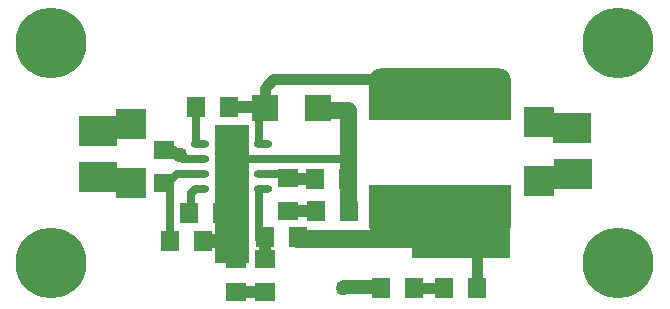
<source format=gtl>
G04 Layer_Physical_Order=1*
G04 Layer_Color=255*
%FSAX25Y25*%
%MOIN*%
G70*
G01*
G75*
%ADD10R,0.07087X0.06299*%
%ADD11R,0.06299X0.07087*%
G04:AMPARAMS|DCode=12|XSize=472.44mil|YSize=157.48mil|CornerRadius=39.37mil|HoleSize=0mil|Usage=FLASHONLY|Rotation=0.000|XOffset=0mil|YOffset=0mil|HoleType=Round|Shape=RoundedRectangle|*
%AMROUNDEDRECTD12*
21,1,0.47244,0.07874,0,0,0.0*
21,1,0.39370,0.15748,0,0,0.0*
1,1,0.07874,0.19685,-0.03937*
1,1,0.07874,-0.19685,-0.03937*
1,1,0.07874,-0.19685,0.03937*
1,1,0.07874,0.19685,0.03937*
%
%ADD12ROUNDEDRECTD12*%
%ADD13R,0.47244X0.07500*%
%ADD14O,0.06061X0.02362*%
%ADD15R,0.09055X0.09055*%
%ADD16C,0.03500*%
%ADD17C,0.02500*%
%ADD18C,0.04000*%
%ADD19C,0.05500*%
%ADD20C,0.06000*%
%ADD21C,0.04500*%
%ADD22R,0.11178X0.45900*%
%ADD23R,0.33100X0.13800*%
%ADD24R,0.12598X0.10000*%
%ADD25R,0.10000X0.10000*%
%ADD26C,0.23622*%
%ADD27C,0.05000*%
D10*
X0245600Y0284812D02*
D03*
Y0273788D02*
D03*
X0269700Y0237388D02*
D03*
Y0248412D02*
D03*
X0279100D02*
D03*
Y0237388D02*
D03*
X0286900Y0275512D02*
D03*
Y0264488D02*
D03*
D11*
X0247388Y0254400D02*
D03*
X0258412D02*
D03*
X0253988Y0263700D02*
D03*
X0265012D02*
D03*
X0290112Y0255800D02*
D03*
X0279088D02*
D03*
X0306912Y0275000D02*
D03*
X0295888D02*
D03*
X0307312Y0264500D02*
D03*
X0296288D02*
D03*
X0256188Y0299000D02*
D03*
X0267212D02*
D03*
X0328812Y0238800D02*
D03*
X0317788D02*
D03*
X0349912D02*
D03*
X0338888D02*
D03*
D12*
X0337500Y0304200D02*
D03*
Y0263500D02*
D03*
D13*
Y0269600D02*
D03*
Y0298400D02*
D03*
D14*
X0257500Y0286900D02*
D03*
Y0281900D02*
D03*
Y0276900D02*
D03*
Y0271900D02*
D03*
X0278500Y0286900D02*
D03*
Y0281900D02*
D03*
Y0271900D02*
D03*
Y0276900D02*
D03*
D15*
X0296758Y0298913D02*
D03*
X0279042D02*
D03*
D16*
X0330112Y0238800D02*
X0338888D01*
X0279042Y0298913D02*
Y0305542D01*
X0282000Y0308500D01*
X0328800D01*
X0337700Y0299600D01*
Y0267800D02*
X0349912Y0255588D01*
Y0238800D02*
Y0255588D01*
D17*
X0249900Y0276900D02*
X0256200D01*
X0247188Y0274188D02*
X0249900Y0276900D01*
X0256188Y0299000D02*
X0256200Y0298988D01*
X0277200Y0297071D02*
X0279042Y0298913D01*
X0306312Y0281900D02*
X0306912Y0282500D01*
X0254600Y0265312D02*
Y0270300D01*
X0256200Y0271900D01*
X0278500Y0281900D02*
X0306312D01*
X0277200Y0276900D02*
X0278500D01*
X0285688D01*
X0277200Y0255000D02*
Y0271900D01*
X0245300Y0274188D02*
X0247188D01*
X0247400Y0254412D02*
Y0273788D01*
X0251000Y0282900D02*
X0252000Y0281900D01*
X0257500D01*
X0249000Y0284900D02*
X0250900Y0283000D01*
X0256200Y0286900D02*
Y0298988D01*
X0277200Y0286900D02*
Y0297071D01*
X0270000Y0281900D02*
X0277200D01*
X0245400Y0284900D02*
X0249000D01*
D18*
X0267212Y0299000D02*
X0278954D01*
X0287512Y0275000D02*
X0295888D01*
X0269700Y0237388D02*
X0279100D01*
Y0248412D02*
Y0255788D01*
X0286900Y0264488D02*
X0296276D01*
D19*
X0297671Y0298000D02*
X0307000D01*
X0296758Y0298913D02*
X0297671Y0298000D01*
X0306912Y0267800D02*
Y0275000D01*
Y0282500D01*
Y0297912D01*
D20*
X0290300Y0255000D02*
X0333800D01*
X0339840Y0261040D01*
D21*
X0258412Y0254400D02*
X0268500D01*
X0268700Y0254600D01*
X0305600Y0239000D02*
X0318300D01*
D22*
X0268211Y0270050D02*
D03*
D23*
X0344550Y0255600D02*
D03*
D24*
X0381800Y0276800D02*
D03*
X0381500Y0292100D02*
D03*
X0223400Y0291160D02*
D03*
X0223700Y0275860D02*
D03*
D25*
X0370700Y0274400D02*
D03*
Y0294200D02*
D03*
X0234500Y0293560D02*
D03*
Y0273760D02*
D03*
D26*
X0397000Y0247000D02*
D03*
Y0320500D02*
D03*
X0208000D02*
D03*
Y0247000D02*
D03*
D27*
X0250900Y0283000D02*
D03*
X0307000Y0298000D02*
D03*
X0305100Y0238900D02*
D03*
X0270900Y0282500D02*
D03*
X0265600D02*
D03*
Y0271500D02*
D03*
X0270900D02*
D03*
Y0277000D02*
D03*
X0265600D02*
D03*
Y0288000D02*
D03*
X0270900D02*
D03*
X0355700Y0251600D02*
D03*
X0348500Y0251800D02*
D03*
X0341500Y0251600D02*
D03*
M02*

</source>
